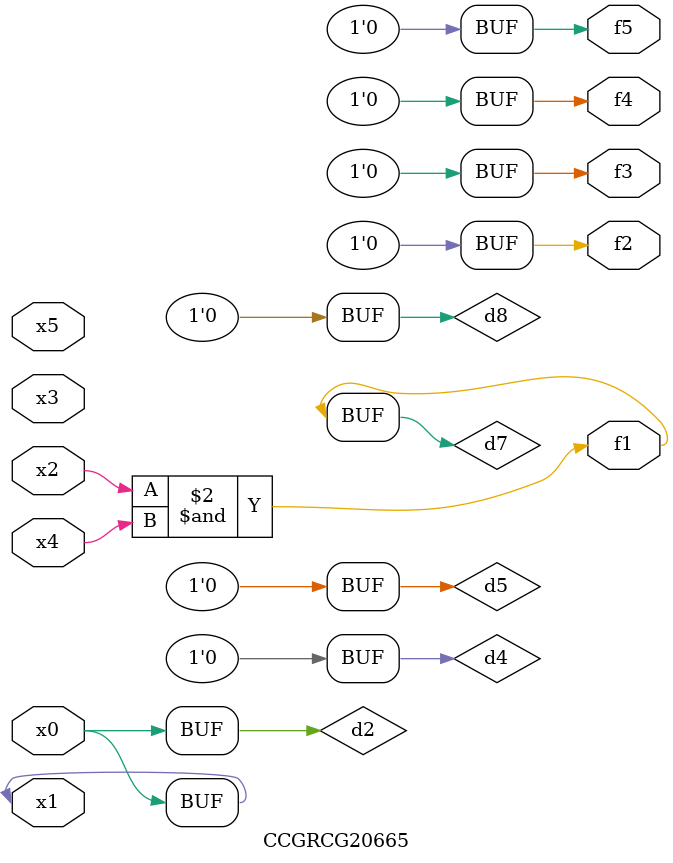
<source format=v>
module CCGRCG20665(
	input x0, x1, x2, x3, x4, x5,
	output f1, f2, f3, f4, f5
);

	wire d1, d2, d3, d4, d5, d6, d7, d8, d9;

	nand (d1, x1);
	buf (d2, x0, x1);
	nand (d3, x2, x4);
	and (d4, d1, d2);
	and (d5, d1, d2);
	nand (d6, d1, d3);
	not (d7, d3);
	xor (d8, d5);
	nor (d9, d5, d6);
	assign f1 = d7;
	assign f2 = d8;
	assign f3 = d8;
	assign f4 = d8;
	assign f5 = d8;
endmodule

</source>
